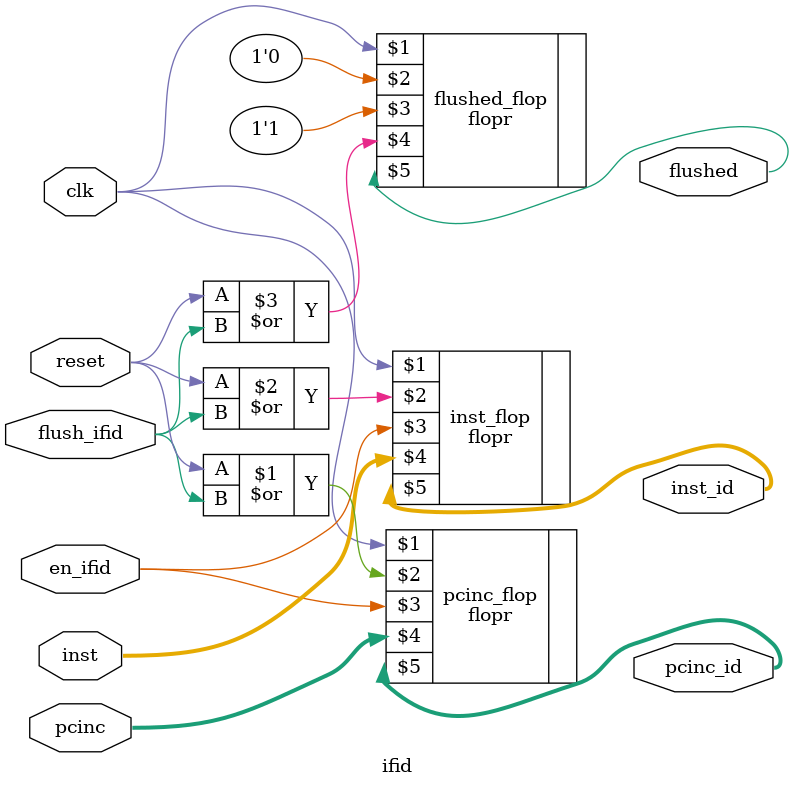
<source format=sv>
`ifndef DEFINE_IFID
`define DEFINE_IFID

module ifid( input logic clk, reset, en_ifid, flush_ifid,
             input logic [15:0]  pcinc,
             input logic [15:0]  inst,
             output logic [15:0] pcinc_id,
             output logic [15:0] inst_id,
             output logic        flushed );

   flopr pcinc_flop( clk, reset | flush_ifid, en_ifid, pcinc, pcinc_id );
   flopr inst_flop( clk, reset | flush_ifid, en_ifid, inst, inst_id );
   flopr #(1) flushed_flop( clk, 1'b0, 1'b1, reset | flush_ifid, flushed );
   
endmodule

`endif

</source>
